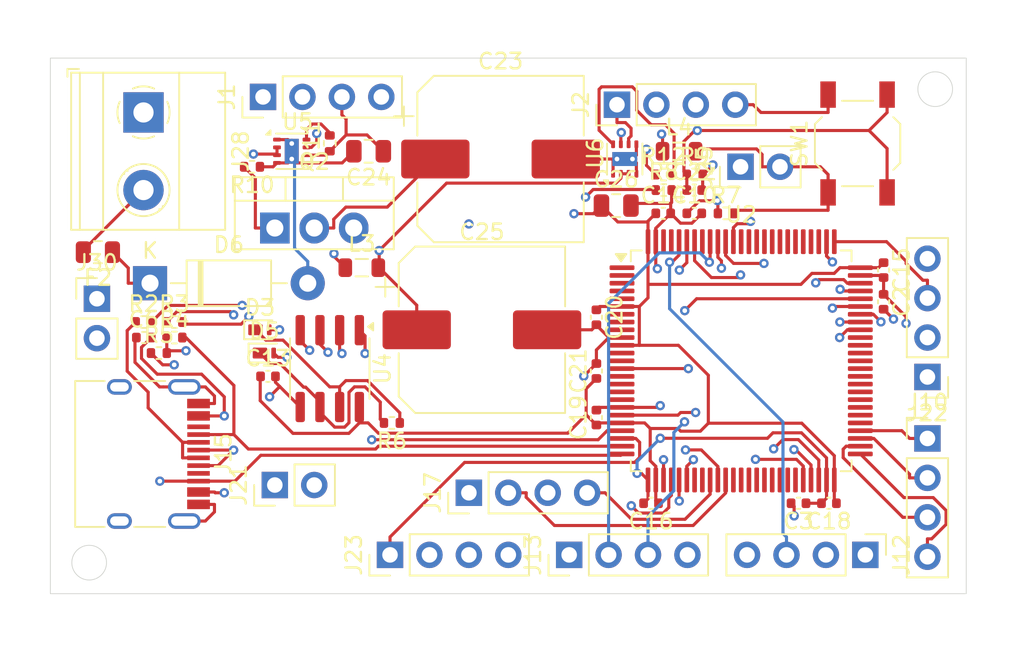
<source format=kicad_pcb>
(kicad_pcb (version 20240108) (generator "pcbnew") (generator_version "8.0")
  (layers (0 "F.Cu" signal) (1 "In1.Cu" signal) (2 "In2.Cu" signal) (31 "B.Cu" signal) (34 "B.Paste" user) (35 "F.Paste" user) (36 "B.SilkS" user "B.Silkscreen") (37 "F.SilkS" user "F.Silkscreen") (38 "B.Mask" user) (39 "F.Mask" user) (44 "Edge.Cuts" user))
  (net 0 "")
  (net 1 "Net-(C2-Pad2)")
  (net 2 "GND")
  (net 3 "Net-(C3-Pad2)")
  (net 4 "Net-(J1-Pin_1)")
  (net 5 "Net-(U2-VREF+)")
  (net 6 "Net-(J2-Pin_1)")
  (net 7 "Net-(SW1-B)")
  (net 8 "Net-(Q2-D)")
  (net 9 "Net-(D3-K)")
  (net 10 "Net-(D3-A)")
  (net 11 "Net-(D5-A)")
  (net 12 "Net-(D5-K)")
  (net 13 "Net-(D6-K)")
  (net 14 "Net-(J28-Pin_2)")
  (net 15 "Net-(J10-Pin_4)")
  (net 16 "Net-(J10-Pin_1)")
  (net 17 "Net-(J10-Pin_2)")
  (net 18 "Net-(J10-Pin_3)")
  (net 19 "Net-(J12-Pin_3)")
  (net 20 "Net-(J12-Pin_1)")
  (net 21 "Net-(J12-Pin_2)")
  (net 22 "Net-(J12-Pin_4)")
  (net 23 "Net-(J13-Pin_1)")
  (net 24 "Net-(J13-Pin_3)")
  (net 25 "Net-(J13-Pin_4)")
  (net 26 "Net-(J13-Pin_2)")
  (net 27 "Net-(J15-CC1)")
  (net 28 "Net-(J15-D--PadA7)")
  (net 29 "Net-(J15-D+-PadA6)")
  (net 30 "Net-(J15-CC2)")
  (net 31 "Net-(J17-Pin_3)")
  (net 32 "Net-(J17-Pin_4)")
  (net 33 "Net-(J17-Pin_2)")
  (net 34 "Net-(J17-Pin_1)")
  (net 35 "Net-(J22-Pin_3)")
  (net 36 "Net-(J22-Pin_4)")
  (net 37 "Net-(J22-Pin_1)")
  (net 38 "Net-(J22-Pin_2)")
  (net 39 "Net-(J23-Pin_1)")
  (net 40 "Net-(J23-Pin_3)")
  (net 41 "Net-(J23-Pin_2)")
  (net 42 "Net-(J23-Pin_4)")
  (net 43 "Net-(J25-Pin_1)")
  (net 44 "Net-(U5-SW)")
  (net 45 "Net-(U6-SW)")
  (net 46 "Net-(Q2-G)")
  (net 47 "Net-(U2-PA11)")
  (net 48 "Net-(U2-PA12)")
  (net 49 "Net-(U5-PG)")
  (net 50 "Net-(U6-PG)")
  (net 56 "Net-(U2-PA9)")
  (net 66 "Net-(U2-PA0)")
  (net 81 "Net-(U2-PA10)")
  (net 84 "Net-(U2-PA8)")
  (footprint "Capacitor_SMD:C_0402_1005Metric" (layer "F.Cu") (at 116.48 50)
    (property "Reference" "C10")
    (property "Value" "0.1 uF")
  )
  (footprint "Connector_PinHeader_2.54mm:PinHeader_1x04_P2.54mm_Vertical" (layer "F.Cu") (at 96.88 72 90)
    (property "Reference" "J23")
    (property "Value" "Conn_01x04_Pin")
  )
  (footprint "Fuse:Fuse_0805_2012Metric" (layer "F.Cu") (at 78.0625 52.5 180)
    (property "Reference" "F2")
    (property "Value" "5A")
  )
  (footprint "Capacitor_SMD:C_0805_2012Metric" (layer "F.Cu") (at 95.5 46 180)
    (property "Reference" "C24")
    (property "Value" "22 uF")
  )
  (footprint "Connector_PinHeader_2.54mm:PinHeader_1x04_P2.54mm_Vertical" (layer "F.Cu") (at 108.42 72 90)
    (property "Reference" "J13")
    (property "Value" "Conn_01x04_Pin")
  )
  (footprint "Connector_PinHeader_2.54mm:PinHeader_1x04_P2.54mm_Vertical" (layer "F.Cu") (at 131.5 60.54 180)
    (property "Reference" "J22")
    (property "Value" "Conn_01x04_Pin")
  )
  (footprint "TerminalBlock_Phoenix:TerminalBlock_Phoenix_MKDS-1,5-2_1x02_P5.00mm_Horizontal" (layer "F.Cu") (at 81 43.5 -90)
    (property "Reference" "J28")
    (property "Value" "Conn_01x02")
  )
  (footprint "Connector_PinHeader_2.54mm:PinHeader_1x04_P2.54mm_Vertical" (layer "F.Cu") (at 101.96 68 90)
    (property "Reference" "J17")
    (property "Value" "Conn_01x04_Pin")
  )
  (footprint "Capacitor_SMD:C_0805_2012Metric" (layer "F.Cu") (at 111.45 49.5)
    (property "Reference" "C26")
    (property "Value" "22 uF")
  )
  (footprint "Diode_SMD:Nexperia_DSN1608-2_1.6x0.8mm" (layer "F.Cu") (at 88.5 57.5)
    (property "Reference" "D3")
    (property "Value" "PTVS7V5Z1USK")
  )
  (footprint "Resistor_SMD:R_0402_1005Metric" (layer "F.Cu") (at 97 63.5 180)
    (property "Reference" "R6")
    (property "Value" "120")
  )
  (footprint "Diode_SMD:Nexperia_DSN1608-2_1.6x0.8mm" (layer "F.Cu") (at 88.785 59)
    (property "Reference" "D5")
    (property "Value" "PTVS7V5Z1USK")
  )
  (footprint "Capacitor_SMD:C_0402_1005Metric" (layer "F.Cu") (at 114.48 50)
    (property "Reference" "C14")
    (property "Value" "0.1 uF")
  )
  (footprint "Capacitor_SMD:C_0402_1005Metric" (layer "F.Cu") (at 128.675 53.655 -90)
    (property "Reference" "C15")
    (property "Value" "0.1 uF")
  )
  (footprint "Capacitor_SMD:C_0402_1005Metric" (layer "F.Cu") (at 89.02 60.5)
    (property "Reference" "C13")
    (property "Value" "0.1 uF")
  )
  (footprint "Capacitor_SMD:C_0402_1005Metric" (layer "F.Cu") (at 81.02 58)
    (property "Reference" "C6")
    (property "Value" "0.1 uF")
  )
  (footprint "Connector_PinHeader_2.54mm:PinHeader_1x04_P2.54mm_Vertical" (layer "F.Cu") (at 88.7 42.5 90)
    (property "Reference" "J1")
    (property "Value" "Conn_01x04_Pin")
  )
  (footprint "Inductor_SMD:L_0805_2012Metric" (layer "F.Cu") (at 115.5 46)
    (property "Reference" "L4")
    (property "Value" "2.2 uH")
  )
  (footprint "Connector_PinHeader_2.54mm:PinHeader_1x02_P2.54mm_Vertical" (layer "F.Cu") (at 78 55.5)
    (property "Reference" "J30")
    (property "Value" "Conn_01x02_Pin")
  )
  (footprint "Resistor_SMD:R_0402_1005Metric" (layer "F.Cu") (at 114.51 48.5)
    (property "Reference" "R8")
    (property "Value" "10k")
  )
  (footprint "Button_Switch_SMD:SW_SPST_TL3342" (layer "F.Cu") (at 127 45.5 90)
    (property "Reference" "SW1")
    (property "Value" "SW_Push_Open")
  )
  (footprint "Resistor_SMD:R_0402_1005Metric" (layer "F.Cu") (at 93 45.49 90)
    (property "Reference" "R11")
    (property "Value" "100k")
  )
  (footprint "Resistor_SMD:R_0402_1005Metric" (layer "F.Cu") (at 116.51 47.5)
    (property "Reference" "R9")
    (property "Value" "10k")
  )
  (footprint "Diode_THT:D_DO-41_SOD81_P10.16mm_Horizontal" (layer "F.Cu") (at 81.42 54.5)
    (property "Reference" "D6")
    (property "Value" "1N5819")
  )
  (footprint "Package_QFP:LQFP-100_14x14mm_P0.5mm" (layer "F.Cu") (at 119.5 59.5)
    (property "Reference" "U2")
    (property "Value" "STM32H723VGTx")
  )
  (footprint "Resistor_SMD:R_0402_1005Metric" (layer "F.Cu") (at 114.5 47.5)
    (property "Reference" "R12")
    (property "Value" "100k")
  )
  (footprint "Capacitor_SMD:C_0402_1005Metric" (layer "F.Cu") (at 123.195 68.675 180)
    (property "Reference" "C3")
    (property "Value" "2.2 uF")
  )
  (footprint "Connector_PinHeader_2.54mm:PinHeader_1x02_P2.54mm_Vertical" (layer "F.Cu") (at 119.46 47 90)
    (property "Reference" "J25")
    (property "Value" "Conn_01x02_Pin")
  )
  (footprint "Package_SON:WSON-8-1EP_2x2mm_P0.5mm_EP0.9x1.6mm_ThermalVias" (layer "F.Cu") (at 112 46.5 90)
    (property "Reference" "U6")
    (property "Value" "TPS62162DSG")
  )
  (footprint "Resistor_SMD:R_0402_1005Metric" (layer "F.Cu") (at 87.99 47 180)
    (property "Reference" "R10")
    (property "Value" "10k")
  )
  (footprint "Resistor_SMD:R_0402_1005Metric" (layer "F.Cu") (at 81.01 57)
    (property "Reference" "R2")
    (property "Value" "22")
  )
  (footprint "Connector_PinHeader_2.54mm:PinHeader_1x02_P2.54mm_Vertical" (layer "F.Cu") (at 89.46 67.5 90)
    (property "Reference" "J21")
    (property "Value" "Conn_01x02_Pin")
  )
  (footprint "Package_TO_SOT_THT:TO-220-3_Vertical" (layer "F.Cu") (at 89.46 50.945)
    (property "Reference" "Q2")
    (property "Value" "IRF9540N")
  )
  (footprint "Inductor_SMD:L_0805_2012Metric" (layer "F.Cu") (at 95.0625 53.5)
    (property "Reference" "L3")
    (property "Value" "2.2 uH")
  )
  (footprint "Package_SON:WSON-8-1EP_2x2mm_P0.5mm_EP0.9x1.6mm_ThermalVias" (layer "F.Cu") (at 90.55 46)
    (property "Reference" "U5")
    (property "Value" "TPS62163DSG")
  )
  (footprint "Capacitor_SMD:C_0402_1005Metric" (layer "F.Cu") (at 110.175 56.695 -90)
    (property "Reference" "C20")
    (property "Value" "0.1 uF")
  )
  (footprint "Connector_PinHeader_2.54mm:PinHeader_1x04_P2.54mm_Vertical" (layer "F.Cu") (at 111.5 43 90)
    (property "Reference" "J2")
    (property "Value" "Conn_01x04_Pin")
  )
  (footprint "Capacitor_SMD:CP_Elec_10x10.5" (layer "F.Cu") (at 102.8 57.5)
    (property "Reference" "C25")
    (property "Value" "10 uF")
  )
  (footprint "Capacitor_SMD:C_0402_1005Metric" (layer "F.Cu") (at 128.675 55.695 -90)
    (property "Reference" "C2")
    (property "Value" "2.2 uF")
  )
  (footprint "Resistor_SMD:R_0402_1005Metric" (layer "F.Cu") (at 81.99 59)
    (property "Reference" "R5")
    (property "Value" "5100")
  )
  (footprint "Capacitor_SMD:C_0402_1005Metric" (layer "F.Cu") (at 125.155 68.675 180)
    (property "Reference" "C18")
    (property "Value" "0.1 uF")
  )
  (footprint "Resistor_SMD:R_0402_1005Metric" (layer "F.Cu") (at 118.51 50)
    (property "Reference" "R7")
    (property "Value" "22")
  )
  (footprint "Capacitor_SMD:C_0402_1005Metric" (layer "F.Cu") (at 113.695 68.675 180)
    (property "Reference" "C16")
    (property "Value" "0.1 uF")
  )
  (footprint "Capacitor_SMD:C_0402_1005Metric" (layer "F.Cu") (at 110.175 60.155 90)
    (property "Reference" "C21")
    (property "Value" "0.1 uF")
  )
  (footprint "Resistor_SMD:R_0402_1005Metric" (layer "F.Cu") (at 82.99 57)
    (property "Reference" "R3")
    (property "Value" "22")
  )
  (footprint "Connector_PinHeader_2.54mm:PinHeader_1x04_P2.54mm_Vertical" (layer "F.Cu") (at 131.5 64.5)
    (property "Reference" "J10")
    (property "Value" "Conn_01x04_Pin")
  )
  (footprint "Capacitor_SMD:CP_Elec_10x10.5" (layer "F.Cu") (at 104 46.5)
    (property "Reference" "C23")
    (property "Value" "10 uF")
  )
  (footprint "Connector_PinHeader_2.54mm:PinHeader_1x04_P2.54mm_Vertical" (layer "F.Cu") (at 127.5 72 -90)
    (property "Reference" "J12")
    (property "Value" "Conn_01x04_Pin")
  )
  (footprint "Capacitor_SMD:C_0402_1005Metric" (layer "F.Cu") (at 110.175 63.155 90)
    (property "Reference" "C19")
    (property "Value" "0.1 uF")
  )
  (footprint "Package_SO:SOIC-8_3.9x4.9mm_P1.27mm" (layer "F.Cu") (at 93 60 -90)
    (property "Reference" "U4")
    (property "Value" "MAX3075E")
  )
  (footprint "Capacitor_SMD:C_0402_1005Metric" (layer "F.Cu") (at 116.48 48.5)
    (property "Reference" "C22")
    (property "Value" "0.1 uF")
  )
  (footprint "Resistor_SMD:R_0402_1005Metric" (layer "F.Cu") (at 82.99 58)
    (property "Reference" "R4")
    (property "Value" "5100")
  )
  (footprint "Connector_USB:USB_C_Receptacle_HRO_TYPE-C-31-M-12" (layer "F.Cu") (at 80.5 65.5 -90)
    (property "Reference" "J15")
    (property "Value" "USB_C_Receptacle_USB2.0_14P")
  )
  (gr_circle (center 132 42) (end 132.5 43) (stroke (width 0.05)) (fill none) (layer "Edge.Cuts"))
  (gr_circle (center 77.5 72.5) (end 78.5 73) (stroke (width 0.05)) (fill none) (layer "Edge.Cuts"))
  (gr_rect (start 75 40) (end 134 74.5) (stroke (width 0.05)) (fill none) (layer "Edge.Cuts"))
  (segment (start 128.675 56.175) (end 129.3115 56.8115) (width 0.2) (layer "F.Cu") (net 1))
  (segment (start 126.3375 54.5) (end 126.1069 54.2694) (width 0.2) (layer "F.Cu") (net 1))
  (segment (start 124.5069 54.2694) (end 124.303 54.4733) (width 0.2) (layer "F.Cu") (net 1))
  (segment (start 127.175 54.5) (end 126.3375 54.5) (width 0.2) (layer "F.Cu") (net 1))
  (segment (start 126.1069 54.2694) (end 124.5069 54.2694) (width 0.2) (layer "F.Cu") (net 1))
  (via (at 124.303 54.4733) (size 0.6) (drill 0.3) (layers "F.Cu" "B.Cu") (net 1))
  (via (at 129.3115 56.8115) (size 0.6) (drill 0.3) (layers "F.Cu" "B.Cu") (net 1))
  (segment (start 117.02 48.44) (end 117.02 47.5) (width 0.2) (layer "F.Cu") (net 2))
  (segment (start 110.175 59.675) (end 109.3606 60.4894) (width 0.2) (layer "F.Cu") (net 2))
  (segment (start 90.55 46.5) (end 90.3 46.75) (width 0.2) (layer "F.Cu") (net 2))
  (segment (start 84.545 62.25) (end 85.5717 62.25) (width 0.2) (layer "F.Cu") (net 2))
  (segment (start 114 51.825) (end 114 50.96) (width 0.2) (layer "F.Cu") (net 2))
  (segment (start 83.7355 58.852) (end 82.648 58.852) (width 0.2) (layer "F.Cu") (net 2))
  (segment (start 121.1968 64.4883) (end 114.2878 64.4883) (width 0.2) (layer "F.Cu") (net 2))
  (segment (start 93.8 46.75) (end 91.5 46.75) (width 0.2) (layer "F.Cu") (net 2))
  (segment (start 90.3 45.25) (end 89.6 45.25) (width 0.2) (layer "F.Cu") (net 2))
  (segment (start 90.3 46.75) (end 89.6 46.75) (width 0.2) (layer "F.Cu") (net 2))
  (segment (start 112 46.5) (end 111.5 46.5) (width 0.2) (layer "F.Cu") (net 2))
  (segment (start 89.7781 61.158) (end 89.5 60.88) (width 0.2) (layer "F.Cu") (net 2))
  (segment (start 124.675 68.675) (end 125 68.35) (width 0.2) (layer "F.Cu") (net 2))
  (segment (start 125 68.35) (end 125 67.175) (width 0.2) (layer "F.Cu") (net 2))
  (segment (start 82.5 58.02) (end 82.5 59) (width 0.2) (layer "F.Cu") (net 2))
  (segment (start 112.75 46.75) (end 112.75 47.45) (width 0.2) (layer "F.Cu") (net 2))
  (segment (start 110.9742 58) (end 110.175 58.7992) (width 0.2) (layer "F.Cu") (net 2))
  (segment (start 80.4508 58.0892) (end 80.4508 59.5942) (width 0.2) (layer "F.Cu") (net 2))
  (segment (start 125 67.175) (end 125 65.7516) (width 0.2) (layer "F.Cu") (net 2))
  (segment (start 112.795 66.7468) (end 113.0718 66.7468) (width 0.2) (layer "F.Cu") (net 2))
  (segment (start 113.215 68.675) (end 113.5 68.39) (width 0.2) (layer "F.Cu") (net 2))
  (segment (start 123.675 68.675) (end 124.675 68.675) (width 0.2) (layer "F.Cu") (net 2))
  (segment (start 90.55 45.5) (end 90.3 45.25) (width 0.2) (layer "F.Cu") (net 2))
  (segment (start 111.25 46.5) (end 111.25 47.45) (width 0.2) (layer "F.Cu") (net 2))
  (segment (start 113.0718 66.7468) (end 113.5 67.175) (width 0.2) (layer "F.Cu") (net 2))
  (segment (start 130.1201 56.6601) (end 128.675 55.215) (width 0.2) (layer "F.Cu") (net 2))
  (segment (start 89.35 47) (end 89.6 46.75) (width 0.2) (layer "F.Cu") (net 2))
  (segment (start 112.75 46.25) (end 112.5 46.5) (width 0.2) (layer "F.Cu") (net 2))
  (segment (start 121.5483 64.1368) (end 121.1968 64.4883) (width 0.2) (layer "F.Cu") (net 2))
  (segment (start 123.3852 64.1368) (end 121.5483 64.1368) (width 0.2) (layer "F.Cu") (net 2))
  (segment (start 110.35 62.5) (end 111.825 62.5) (width 0.2) (layer "F.Cu") (net 2))
  (segment (start 84.545 68.75) (end 85.5717 68.75) (width 0.2) (layer "F.Cu") (net 2))
  (segment (start 85.5717 69.23) (end 85.5717 68.75) (width 0.2) (layer "F.Cu") (net 2))
  (segment (start 114.96 50) (end 114.96 49.36) (width 0.2) (layer "F.Cu") (net 2))
  (segment (start 85.5717 61.7659) (end 85.5717 62.25) (width 0.2) (layer "F.Cu") (net 2))
  (segment (start 112.5 46.5) (end 112.75 46.75) (width 0.2) (layer "F.Cu") (net 2))
  (segment (start 128.54 54) (end 127.175 54) (width 0.2) (layer "F.Cu") (net 2))
  (segment (start 115.5923 50.6323) (end 114.96 50) (width 0.2) (layer "F.Cu") (net 2))
  (segment (start 130.1201 57.0909) (end 130.1201 56.6601) (width 0.2) (layer "F.Cu") (net 2))
  (segment (start 113.5 68.39) (end 113.5 67.175) (width 0.2) (layer "F.Cu") (net 2))
  (segment (start 110.175 58.7992) (end 110.175 59.675) (width 0.2) (layer "F.Cu") (net 2))
  (segment (start 89.7781 61.158) (end 89.1211 61.815) (width 0.2) (layer "F.Cu") (net 2))
  (segment (start 83.63 61.18) (end 84.9858 61.18) (width 0.2) (layer "F.Cu") (net 2))
  (segment (start 117.0645 47.5) (end 117.02 47.5) (width 0.2) (layer "F.Cu") (net 2))
  (segment (start 114.1703 62.5) (end 114.2862 62.3841) (width 0.2) (layer "F.Cu") (net 2))
  (segment (start 83.63 61.18) (end 82.2783 61.18) (width 0.2) (layer "F.Cu") (net 2))
  (segment (start 90.8 46.75) (end 91.5 46.75) (width 0.2) (layer "F.Cu") (net 2))
  (segment (start 84.9858 61.18) (end 85.5717 61.7659) (width 0.2) (layer "F.Cu") (net 2))
  (segment (start 80.4508 59.5942) (end 82.0366 61.18) (width 0.2) (layer "F.Cu") (net 2))
  (segment (start 111.825 62.5) (end 114.1703 62.5) (width 0.2) (layer "F.Cu") (net 2))
  (segment (start 116.96 50) (end 116.3277 50.6323) (width 0.2) (layer "F.Cu") (net 2))
  (segment (start 88.5 47) (end 89.35 47) (width 0.2) (layer "F.Cu") (net 2))
  (segment (start 82.648 58.852) (end 82.5 59) (width 0.2) (layer "F.Cu") (net 2))
  (segment (start 80.54 58) (end 80.4508 58.0892) (width 0.2) (layer "F.Cu") (net 2))
  (segment (start 114 53.4621) (end 114.1036 53.5657) (width 0.2) (layer "F.Cu") (net 2))
  (segment (start 90.55 46.5) (end 90.8 46.75) (width 0.2) (layer "F.Cu") (net 2))
  (segment (start 110.175 62.675) (end 110.35 62.5) (width 0.2) (layer "F.Cu") (net 2))
  (segment (start 111.825 58) (end 110.9742 58) (width 0.2) (layer "F.Cu") (net 2))
  (segment (start 90.55 46) (end 90.55 45.5) (width 0.2) (layer "F.Cu") (net 2))
  (segment (start 116.96 48.5) (end 117.02 48.44) (width 0.2) (layer "F.Cu") (net 2))
  (segment (start 110.175 57.2008) (end 110.175 57.175) (width 0.2) (layer "F.Cu") (net 2))
  (segment (start 89.5 60.88) (end 89.5 60.5) (width 0.2) (layer "F.Cu") (net 2))
  (segment (start 112.5 46.5) (end 112 46.5) (width 0.2) (layer "F.Cu") (net 2))
  (segment (start 94.55 46) (end 93.8 46.75) (width 0.2) (layer "F.Cu") (net 2))
  (segment (start 128.675 55.215) (end 128.675 54.135) (width 0.2) (layer "F.Cu") (net 2))
  (segment (start 125 65.7516) (end 123.3852 64.1368) (width 0.2) (layer "F.Cu") (net 2))
  (segment (start 112.75 45.55) (end 112.75 46.25) (width 0.2) (layer "F.Cu") (net 2))
  (segment (start 110.9742 58) (end 110.175 57.2008) (width 0.2) (layer "F.Cu") (net 2))
  (segment (start 82.48 58) (end 82.5 58.02) (width 0.2) (layer "F.Cu") (net 2))
  (segment (start 91.095 62.475) (end 89.7781 61.158) (width 0.2) (layer "F.Cu") (net 2))
  (segment (start 116.3277 50.6323) (end 115.5923 50.6323) (width 0.2) (layer "F.Cu") (net 2))
  (segment (start 112.54 49.36) (end 112.4 49.5) (width 0.2) (layer "F.Cu") (net 2))
  (segment (start 114.96 49.36) (end 112.54 49.36) (width 0.2) (layer "F.Cu") (net 2))
  (segment (start 82.0366 61.18) (end 82.2783 61.18) (width 0.2) (layer "F.Cu") (net 2))
  (segment (start 114 50.96) (end 114.96 50) (width 0.2) (layer "F.Cu") (net 2))
  (segment (start 115.02 48.5) (end 115.02 49.3) (width 0.2) (layer "F.Cu") (net 2))
  (segment (start 109.8758 57.5) (end 110.175 57.2008) (width 0.2) (layer "F.Cu") (net 2))
  (segment (start 111.25 46.5) (end 111.5 46.5) (width 0.2) (layer "F.Cu") (net 2))
  (segment (start 128.675 54.135) (end 128.54 54) (width 0.2) (layer "F.Cu") (net 2))
  (segment (start 115.02 49.3) (end 114.96 49.36) (width 0.2) (layer "F.Cu") (net 2))
  (segment (start 84.9817 69.82) (end 85.5717 69.23) (width 0.2) (layer "F.Cu") (net 2))
  (segment (start 107 57.5) (end 109.8758 57.5) (width 0.2) (layer "F.Cu") (net 2))
  (segment (start 108.2 46.5) (end 111.25 46.5) (width 0.2) (layer "F.Cu") (net 2))
  (segment (start 117.6821 46.8824) (end 117.0645 47.5) (width 0.2) (layer "F.Cu") (net 2))
  (segment (start 114 51.825) (end 114 53.4621) (width 0.2) (layer "F.Cu") (net 2))
  (segment (start 83.63 69.82) (end 84.9817 69.82) (width 0.2) (layer "F.Cu") (net 2))
  (via (at 130.1201 57.0909) (size 0.6) (drill 0.3) (layers "F.Cu" "B.Cu") (net 2))
  (via (at 114.2878 64.4883) (size 0.6) (drill 0.3) (layers "F.Cu" "B.Cu") (net 2))
  (via (at 89.1211 61.815) (size 0.6) (drill 0.3) (layers "F.Cu" "B.Cu") (net 2))
  (via (at 114.1036 53.5657) (size 0.6) (drill 0.3) (layers "F.Cu" "B.Cu") (net 2))
  (via (at 114.2862 62.3841) (size 0.6) (drill 0.3) (layers "F.Cu" "B.Cu") (net 2))
  (via (at 117.6821 46.8824) (size 0.6) (drill 0.3) (layers "F.Cu" "B.Cu") (net 2))
  (via (at 109.3606 60.4894) (size 0.6) (drill 0.3) (layers "F.Cu" "B.Cu") (net 2))
  (via (at 83.7355 58.852) (size 0.6) (drill 0.3) (layers "F.Cu" "B.Cu") (net 2))
  (via (at 112.795 66.7468) (size 0.6) (drill 0.3) (layers "F.Cu" "B.Cu") (net 2))
  (segment (start 90.55 46.5) (end 90.55 46) (width 0.2) (layer "B.Cu") (net 2))
  (segment (start 90.73 46.68) (end 90.73 52.2483) (width 0.2) (layer "B.Cu") (net 2))
  (segment (start 90.55 46) (end 90.55 45.5) (width 0.2) (layer "B.Cu") (net 2))
  (segment (start 90.55 46.5) (end 90.73 46.68) (width 0.2) (layer "B.Cu") (net 2))
  (segment (start 112 46.5) (end 112.5 46.5) (width 0.2) (layer "B.Cu") (net 2))
  (segment (start 112.795 65.9811) (end 114.2878 64.4883) (width 0.2) (layer "B.Cu") (net 2))
  (segment (start 91.58 54.5) (end 91.58 53.0983) (width 0.2) (layer "B.Cu") (net 2))
  (segment (start 112.795 66.7468) (end 112.795 65.9811) (width 0.2) (layer "B.Cu") (net 2))
  (segment (start 90.73 52.2483) (end 91.58 53.0983) (width 0.2) (layer "B.Cu") (net 2))
  (segment (start 122.9126 68.8726) (end 122.9126 69.4883) (width 0.2) (layer "F.Cu") (net 3))
  (segment (start 122.1869 64.5732) (end 123.1832 64.5732) (width 0.2) (layer "F.Cu") (net 3))
  (segment (start 121.5924 65.1677) (end 122.1869 64.5732) (width 0.2) (layer "F.Cu") (net 3))
  (segment (start 122.715 68.675) (end 122.9126 68.8726) (width 0.2) (layer "F.Cu") (net 3))
  (segment (start 124.5 65.89) (end 124.5 67.175) (width 0.2) (layer "F.Cu") (net 3))
  (segment (start 123.1832 64.5732) (end 124.5 65.89) (width 0.2) (layer "F.Cu") (net 3))
  (via (at 122.9126 69.4883) (size 0.6) (drill 0.3) (layers "F.Cu" "B.Cu") (net 3))
  (via (at 121.5924 65.1677) (size 0.6) (drill 0.3) (layers "F.Cu" "B.Cu") (net 3))
  (segment (start 80.8709 58.6291) (end 80.8709 59.3445) (width 0.2) (layer "F.Cu") (net 4))
  (segment (start 94.0512 43.9229) (end 94.0512 44.9488) (width 0.2) (layer "F.Cu") (net 4))
  (segment (start 84.7427 60.3604) (end 86.2027 61.8204) (width 0.2) (layer "F.Cu") (net 4))
  (segment (start 84.545 67.95) (end 85.5717 67.95) (width 0.2) (layer "F.Cu") (net 4))
  (segment (start 80.8709 59.3445) (end 81.8868 60.3604) (width 0.2) (layer "F.Cu") (net 4))
  (segment (start 111.75 47.7377) (end 111.4351 48.0526) (width 0.2) (layer "F.Cu") (net 4))
  (segment (start 81.8868 60.3604) (end 84.7427 60.3604) (width 0.2) (layer "F.Cu") (net 4))
  (segment (start 93.78 43.6517) (end 94.0512 43.9229) (width 0.2) (layer "F.Cu") (net 4))
  (segment (start 111.75 47.45) (end 111.75 47.7377) (width 0.2) (layer "F.Cu") (net 4))
  (segment (start 100.5243 48.0526) (end 96.182 52.3949) (width 0.2) (layer "F.Cu") (net 4))
  (segment (start 111.4351 48.0526) (end 100.5243 48.0526) (width 0.2) (layer "F.Cu") (net 4))
  (segment (start 81.5 58) (end 80.8709 58.6291) (width 0.2) (layer "F.Cu") (net 4))
  (segment (start 91.5 46.25) (end 92.75 46.25) (width 0.2) (layer "F.Cu") (net 4))
  (segment (start 98.6 55.918) (end 96.182 53.5) (width 0.2) (layer "F.Cu") (net 4))
  (segment (start 95.3988 44.9488) (end 94.0512 44.9488) (width 0.2) (layer "F.Cu") (net 4))
  (segment (start 93.78 42.5) (end 93.78 43.6517) (width 0.2) (layer "F.Cu") (net 4))
  (segment (start 96.45 46) (end 95.3988 44.9488) (width 0.2) (layer "F.Cu") (net 4))
  (segment (start 96.182 53.5) (end 96.182 52.3949) (width 0.2) (layer "F.Cu") (net 4))
  (segment (start 92.75 46.25) (end 93 46) (width 0.2) (layer "F.Cu") (net 4))
  (segment (start 86.2027 61.8204) (end 86.2027 63.05) (width 0.2) (layer "F.Cu") (net 4))
  (segment (start 85.6217 68) (end 86.2027 68) (width 0.2) (layer "F.Cu") (net 4))
  (segment (start 84.545 63.05) (end 86.2027 63.05) (width 0.2) (layer "F.Cu") (net 4))
  (segment (start 96.182 53.5) (end 96.125 53.5) (width 0.2) (layer "F.Cu") (net 4))
  (segment (start 94.0512 44.9488) (end 93 46) (width 0.2) (layer "F.Cu") (net 4))
  (segment (start 98.6 57.5) (end 98.6 55.918) (width 0.2) (layer "F.Cu") (net 4))
  (segment (start 85.5717 67.95) (end 85.6217 68) (width 0.2) (layer "F.Cu") (net 4))
  (segment (start 112.25 47.45) (end 111.75 47.45) (width 0.2) (layer "F.Cu") (net 4))
  (via (at 86.2027 68) (size 0.6) (drill 0.3) (layers "F.Cu" "B.Cu") (net 4))
  (via (at 86.2027 63.05) (size 0.6) (drill 0.3) (layers "F.Cu" "B.Cu") (net 4))
  (via (at 96.182 52.3949) (size 0.6) (drill 0.3) (layers "F.Cu" "B.Cu") (net 4))
  (segment (start 118 49.2197) (end 117.97 49.1897) (width 0.2) (layer "F.Cu") (net 5))
  (segment (start 117.97 49.1897) (end 117.97 49.1763) (width 0.2) (layer "F.Cu") (net 5))
  (segment (start 117.97 49.1897) (end 116.8103 49.1897) (width 0.2) (layer "F.Cu") (net 5))
  (segment (start 111.825 63) (end 115.4307 63) (width 0.2) (layer "F.Cu") (net 5))
  (segment (start 115.4307 63) (end 115.6029 62.8278) (width 0.2) (layer "F.Cu") (net 5))
  (segment (start 118 50) (end 118 49.2197) (width 0.2) (layer "F.Cu") (net 5))
  (segment (start 115.6029 62.8278) (end 116.5649 62.8278) (width 0.2) (layer "F.Cu") (net 5))
  (segment (start 116.8103 49.1897) (end 116 50) (width 0.2) (layer "F.Cu") (net 5))
  (via (at 117.97 49.1763) (size 0.6) (drill 0.3) (layers "F.Cu" "B.Cu") (net 5))
  (via (at 116.5649 62.8278) (size 0.6) (drill 0.3) (layers "F.Cu" "B.Cu") (net 5))
  (segment (start 112.9397 56) (end 112.9397 58.5) (width 0.2) (layer "F.Cu") (net 6))
  (segment (start 113.641 65.9349) (end 113.641 63.8591) (width 0.2) (layer "F.Cu") (net 6))
  (segment (start 114.175 68.675) (end 114 68.5) (width 0.2) (layer "F.Cu") (net 6))
  (segment (start 122 47) (end 120.8483 47) (width 0.2) (layer "F.Cu") (net 6))
  (segment (start 124.0578 53.8677) (end 123.3528 54.5727) (width 0.2) (layer "F.Cu") (net 6))
  (segment (start 94.905 63.4978) (end 94.905 62.475) (width 0.2) (layer "F.Cu") (net 6))
  (segment (start 90.6278 64.1725) (end 94.2303 64.1725) (width 0.2) (layer "F.Cu") (net 6))
  (segment (start 112.25 45.1733) (end 112.408 45.0153) (width 0.2) (layer "F.Cu") (net 6))
  (segment (start 125.1 49.8017) (end 119.2183 49.8017) (width 0.2) (layer "F.Cu") (net 6))
  (segment (start 113.641 63.8591) (end 113.2819 63.5) (width 0.2) (layer "F.Cu") (net 6))
  (segment (start 110.31 63.5) (end 111.825 63.5) (width 0.2) (layer "F.Cu") (net 6))
  (segment (start 113.99 47.5) (end 113.3966 46.9066) (width 0.2) (layer "F.Cu") (net 6))
  (segment (start 96.131 64.1614) (end 95.4674 63.4978) (width 0.2) (layer "F.Cu") (net 6))
  (segment (start 88.5194 60.5206) (end 88.5194 62.0641) (width 0.2) (layer "F.Cu") (net 6))
  (segment (start 125.5 67.175) (end 125.5 65.6126) (width 0.2) (layer "F.Cu") (net 6))
  (segment (start 116.7142 45.8483) (end 116.5625 46) (width 0.2) (layer "F.Cu") (net 6))
  (segment (start 109.9795 50.0205) (end 110.5 49.5) (width 0.2) (layer "F.Cu") (net 6))
  (segment (start 125.1 48.65) (end 125.1 47.4983) (width 0.2) (layer "F.Cu") (net 6))
  (segment (start 116.8717 64.0312) (end 117.3846 63.5183) (width 0.2) (layer "F.Cu") (net 6))
  (segment (start 113.5 54.5727) (end 113.5 55.4397) (width 0.2) (layer "F.Cu") (net 6))
  (segment (start 127.175 53.5) (end 125.8612 53.5) (width 0.2) (layer "F.Cu") (net 6))
  (segment (start 114 50) (end 113.5 50.5) (width 0.2) (layer "F.Cu") (net 6))
  (segment (start 123.3528 54.5727) (end 113.5 54.5727) (width 0.2) (layer "F.Cu") (net 6))
  (segment (start 114 66.2939) (end 113.641 65.9349) (width 0.2) (layer "F.Cu") (net 6))
  (segment (start 125.4935 53.8677) (end 124.0578 53.8677) (width 0.2) (layer "F.Cu") (net 6))
  (segment (start 113.2819 63.5) (end 111.825 63.5) (width 0.2) (layer "F.Cu") (net 6))
  (segment (start 128.675 53.175) (end 128.35 53.5) (width 0.2) (layer "F.Cu") (net 6))
  (segment (start 109.5154 61.2946) (end 109.5154 62.9754) (width 0.2) (layer "F.Cu") (net 6))
  (segment (start 125.8612 53.5) (end 125.4935 53.8677) (width 0.2) (layer "F.Cu") (net 6))
  (segment (start 123.4057 63.5183) (end 117.3846 63.5183) (width 0.2) (layer "F.Cu") (net 6))
  (segment (start 119.2183 49.8017) (end 119.02 50) (width 0.2) (layer "F.Cu") (net 6))
  (segment (start 128.35 53.5) (end 127.175 53.5) (width 0.2) (layer "F.Cu") (net 6))
  (segment (start 119.12 43) (end 120.2717 43) (width 0.2) (layer "F.Cu") (net 6))
  (segment (start 95.4674 63.4978) (end 94.905 63.4978) (width 0.2) (layer "F.Cu") (net 6))
  (segment (start 112.25 45.55) (end 112.25 45.1733) (width 0.2) (layer "F.Cu") (net 6))
  (segment (start 110.175 63.635) (end 110.31 63.5) (width 0.2) (layer "F.Cu") (net 6))
  (segment (start 115.4573 58.5) (end 112.9397 58.5) (width 0.2) (layer "F.Cu") (net 6))
  (segment (start 108.3294 64.1614) (end 96.131 64.1614) (width 0.2) (layer "F.Cu") (net 6))
  (segment (start 112.0428 44.1517) (end 111.5 44.1517) (width 0.2) (layer "F.Cu") (net 6))
  (segment (start 112.9397 56) (end 111.825 56) (width 0.2) (layer "F.Cu") (net 6))
  (segment (start 94.2303 64.1725) (end 94.905 63.4978) (width 0.2) (layer "F.Cu") (net 6))
  (segment (start 111.825 56) (end 110.39 56) (width 0.2) (layer "F.Cu") (net 6))
  (segment (start 88.5194 62.0641) (end 90.6278 64.1725) (width 0.2) (layer "F.Cu") (net 6))
  (segment (start 109.5154 62.9754) (end 108.3294 64.1614) (width 0.2) (layer "F.Cu") (net 6))
  (segment (start 114 68.5) (end 114 67.175) (width 0.2) (layer "F.Cu") (net 6))
  (segment (start 111.5 43) (end 111.5 44.1517) (width 0.2) (layer "F.Cu") (net 6))
  (segment (start 113.5 51.825) (end 113.5 54.5727) (width 0.2) (layer "F.Cu") (net 6))
  (segment (start 120.8483 46.2082) (end 120.4884 45.8483) (width 0.2) (layer "F.Cu") (net 6))
  (segment (start 125.1 48.65) (end 125.1 49.8017) (width 0.2) (layer "F.Cu") (net 6))
  (segment (start 111.5561 50.5561) (end 113.5 50.5561) (width 0.2) (layer "F.Cu") (net 6))
  (segment (start 113.5 55.4397) (end 112.9397 56) (width 0.2) (layer "F.Cu") (net 6))
  (segment (start 115.4308 63.8591) (end 115.6029 64.0312) (width 0.2) (layer "F.Cu") (net 6))
  (segment (start 112.408 44.5169) (end 112.0428 44.1517) (width 0.2) (layer "F.Cu") (net 6))
  (segment (start 113.3966 46.9066) (end 113.3966 45.8743) (width 0.2) (layer "F.Cu") (net 6))
  (segment (start 110.175 60.635) (end 109.5154 61.2946) (width 0.2) (layer "F.Cu") (net 6))
  (segment (start 120.4884 45.8483) (end 116.7142 45.8483) (width 0.2) (layer "F.Cu") (net 6))
  (segment (start 117.3846 60.4273) (end 115.4573 58.5) (width 0.2) (layer "F.Cu") (net 6))
  (segment (start 117.3846 63.5183) (end 117.3846 60.4273) (width 0.2) (layer "F.Cu") (net 6))
  (segment (start 120.8483 47) (end 120.8483 46.2082) (width 0.2) (layer "F.Cu") (net 6))
  (segment (start 110.5 49.5) (end 111.5561 50.5561) (width 0.2) (layer "F.Cu") (net 6))
  (segment (start 113.5 50.5) (end 113.5 50.5561) (width 0.2) (layer "F.Cu") (net 6))
  (segment (start 88.54 60.5) (end 88.5194 60.5206) (width 0.2) (layer "F.Cu") (net 6))
  (segment (start 120.7734 43.5017) (end 120.2717 43) (width 0.2) (layer "F.Cu") (net 6))
  (segment (start 108.7295 50.0205) (end 109.9795 50.0205) (width 0.2) (layer "F.Cu") (net 6))
  (segment (start 125.635 68.675) (end 125.5 68.54) (width 0.2) (layer "F.Cu") (net 6))
  (segment (start 125.1 43.5017) (end 120.7734 43.5017) (width 0.2) (layer "F.Cu") (net 6))
  (segment (start 125.1 47.4983) (end 124.6017 47) (width 0.2) (layer "F.Cu") (net 6))
  (segment (start 114 67.175) (end 114 66.2939) (width 0.2) (layer "F.Cu") (net 6))
  (segment (start 109.5154 62.9754) (end 110.175 63.635) (width 0.2) (layer "F.Cu") (net 6))
  (segment (start 112.9397 58.5) (end 111.825 58.5) (width 0.2) (layer "F.Cu") (net 6))
  (segment (start 112.408 45.0153) (end 112.408 44.5169) (width 0.2) (layer "F.Cu") (net 6))
  (segment (start 113.5 50.5561) (end 113.5 51.825) (width 0.2) (layer "F.Cu") (net 6))
  (segment (start 110.39 56) (end 110.175 56.215) (width 0.2) (layer "F.Cu") (net 6))
  (segment (start 124.6017 47) (end 122 47) (width 0.2) (layer "F.Cu") (net 6))
  (segment (start 125.5 65.6126) (end 123.4057 63.5183) (width 0.2) (layer "F.Cu") (net 6))
  (segment (start 125.5 68.54) (end 125.5 67.175) (width 0.2) (layer "F.Cu") (net 6))
  (segment (start 115.6029 64.0312) (end 116.8717 64.0312) (width 0.2) (layer "F.Cu") (net 6))
  (segment (start 113.641 63.8591) (end 115.4308 63.8591) (width 0.2) (layer "F.Cu") (net 6))
  (segment (start 125.1 42.35) (end 125.1 43.5017) (width 0.2) (layer "F.Cu") (net 6))
  (via (at 108.7295 50.0205) (size 0.6) (drill 0.3) (layers "F.Cu" "B.Cu") (net 6))
  (via (at 113.3966 45.8743) (size 0.6) (drill 0.3) (layers "F.Cu" "B.Cu") (net 6))
  (segment (start 115.8125 47.3125) (end 115.8125 45.3663) (width 0.2) (layer "F.Cu") (net 7))
  (segment (start 115.8125 45.3663) (end 116.5154 44.6634) (width 0.2) (layer "F.Cu") (net 7))
  (segment (start 127.7383 44.6634) (end 128.9 43.5017) (width 0.2) (layer "F.Cu") (net 7))
  (segment (start 127.7383 44.6634) (end 128.9 45.8251) (width 0.2) (layer "F.Cu") (net 7))
  (segment (start 127.7383 44.6634) (end 116.6749 44.6634) (width 0.2) (layer "F.Cu") (net 7))
  (segment (start 128.9 45.8251) (end 128.9 48.65) (width 0.2) (layer "F.Cu") (net 7))
  (segment (start 116 47.5) (end 115.8125 47.3125) (width 0.2) (layer "F.Cu") (net 7))
  (segment (start 128.9 42.35) (end 128.9 43.5017) (width 0.2) (layer "F.Cu") (net 7))
  (segment (start 111.825 60) (end 116.0985 60) (width 0.2) (layer "F.Cu") (net 7))
  (segment (start 116.5154 44.6634) (end 116.6749 44.6634) (width 0.2) (layer "F.Cu") (net 7))
  (segment (start 116 48.5) (end 116 47.5) (width 0.2) (layer "F.Cu") (net 7))
  (via (at 116.0985 60) (size 0.6) (drill 0.3) (layers "F.Cu" "B.Cu") (net 7))
  (via (at 116.6749 44.6634) (size 0.6) (drill 0.3) (layers "F.Cu" "B.Cu") (net 7))
  (segment (start 96.7026 49.5974) (end 94.0346 49.5974) (width 0.2) (layer "F.Cu") (net 8))
  (segment (start 88.0823 46.1812) (end 89.5312 46.1812) (width 0.2) (layer "F.Cu") (net 8))
  (segment (start 89.6 46.25) (end 89.6 45.75) (width 0.2) (layer "F.Cu") (net 8))
  (segment (start 92 50.945) (end 93.2542 50.945) (width 0.2) (layer "F.Cu") (net 8))
  (segment (start 94.0346 49.5974) (end 93.2542 50.3778) (width 0.2) (layer "F.Cu") (net 8))
  (segment (start 99.8 46.5) (end 96.7026 49.5974) (width 0.2) (layer "F.Cu") (net 8))
  (segment (start 89.5312 46.1812) (end 89.6 46.25) (width 0.2) (layer "F.Cu") (net 8))
  (segment (start 93.2542 50.3778) (end 93.2542 50.945) (width 0.2) (layer "F.Cu") (net 8))
  (via (at 88.0823 46.1812) (size 0.6) (drill 0.3) (layers "F.Cu" "B.Cu") (net 8))
  (segment (start 97.51 62.8473) (end 95.4364 60.7737) (width 0.2) (layer "F.Cu") (net 9))
  (segment (start 95.4364 60.7737) (end 94.0367 60.7737) (width 0.2) (layer "F.Cu") (net 9))
  (segment (start 97.51 63.5) (end 97.51 62.8473) (width 0.2) (layer "F.Cu") (net 9))
  (segment (start 94.0367 60.7737) (end 93.635 61.1754) (width 0.2) (layer "F.Cu") (net 9))
  (segment (start 88.8824 58.1674) (end 89.987 58.1674) (width 0.2) (layer "F.Cu") (net 9))
  (segment (start 92.995 61.1754) (end 93.635 61.1754) (width 0.2) (layer "F.Cu") (net 9))
  (segment (start 88.215 57.5) (end 88.8824 58.1674) (width 0.2) (layer "F.Cu") (net 9))
  (segment (start 89.987 58.1674) (end 92.995 61.1754) (width 0.2) (layer "F.Cu") (net 9))
  (segment (start 93.635 61.1754) (end 93.635 62.475) (width 0.2) (layer "F.Cu") (net 9))
  (segment (start 89.1 57.5) (end 89.7627 57.5) (width 0.2) (layer "F.Cu") (net 10))
  (via (at 89.7627 57.5) (size 0.6) (drill 0.3) (layers "F.Cu" "B.Cu") (net 10))
  (segment (start 90.2407 59.272) (end 89.657 59.272) (width 0.2) (layer "F.Cu") (net 11))
  (segment (start 89.657 59.272) (end 89.385 59) (width 0.2) (layer "F.Cu") (net 11))
  (via (at 90.2407 59.272) (size 0.6) (drill 0.3) (layers "F.Cu" "B.Cu") (net 11))
  (segment (start 91.3155 61.1976) (end 91.4468 61.1976) (width 0.2) (layer "F.Cu") (net 12))
  (segment (start 95.2701 61.1754) (end 94.5899 61.1754) (width 0.2) (layer "F.Cu") (net 12))
  (segment (start 92.365 62.1158) (end 92.365 62.475) (width 0.2) (layer "F.Cu") (net 12))
  (segment (start 94.2373 63.4874) (end 93.9539 63.7708) (width 0.2) (layer "F.Cu") (net 12))
  (segment (start 89.7916 59.6737) (end 91.3155 61.1976) (width 0.2) (layer "F.Cu") (net 12))
  (segment (start 96.2527 63.2627) (end 96.2527 62.158) (width 0.2) (layer "F.Cu") (net 12))
  (segment (start 93.9539 63.7708) (end 93.3161 63.7708) (width 0.2) (layer "F.Cu") (net 12))
  (segment (start 96.2527 62.158) (end 95.2701 61.1754) (width 0.2) (layer "F.Cu") (net 12))
  (segment (start 92.365 62.8197) (end 92.365 62.475) (width 0.2) (layer "F.Cu") (net 12))
  (segment (start 88.5 59) (end 89.1737 59.6737) (width 0.2) (layer "F.Cu") (net 12))
  (segment (start 96.49 63.5) (end 96.2527 63.2627) (width 0.2) (layer "F.Cu") (net 12))
  (segment (start 89.1737 59.6737) (end 89.7916 59.6737) (width 0.2) (layer "F.Cu") (net 12))
  (segment (start 93.3161 63.7708) (end 92.365 62.8197) (width 0.2) (layer "F.Cu") (net 12))
  (segment (start 94.2373 61.528) (end 94.2373 63.4874) (width 0.2) (layer "F.Cu") (net 12))
  (segment (start 91.4468 61.1976) (end 92.365 62.1158) (width 0.2) (layer "F.Cu") (net 12))
  (segment (start 94.5899 61.1754) (end 94.2373 61.528) (width 0.2) (layer "F.Cu") (net 12))
  (segment (start 80.0183 53.5183) (end 80.0183 54.5) (width 0.2) (layer "F.Cu") (net 13))
  (segment (start 81.42 54.5) (end 80.0183 54.5) (width 0.2) (layer "F.Cu") (net 13))
  (segment (start 79 52.5) (end 80.0183 53.5183) (width 0.2) (layer "F.Cu") (net 13))
  (segment (start 77.125 52.375) (end 81 48.5) (width 0.2) (layer "F.Cu") (net 14))
  (segment (start 77.125 52.5) (end 77.125 52.375) (width 0.2) (layer "F.Cu") (net 14))
  (segment (start 129.985 68.31) (end 127.175 65.5) (width 0.2) (layer "F.Cu") (net 15))
  (segment (start 132.6989 69.137) (end 131.8719 68.31) (width 0.2) (layer "F.Cu") (net 15))
  (segment (start 131.5 70.9683) (end 131.7685 70.9683) (width 0.2) (layer "F.Cu") (net 15))
  (segment (start 132.6989 70.0379) (end 132.6989 69.137) (width 0.2) (layer "F.Cu") (net 15))
  (segment (start 131.5 72.12) (end 131.5 70.9683) (width 0.2) (layer "F.Cu") (net 15))
  (segment (start 131.8719 68.31) (end 129.985 68.31) (width 0.2) (layer "F.Cu") (net 15))
  (segment (start 131.7685 70.9683) (end 132.6989 70.0379) (width 0.2) (layer "F.Cu") (net 15))
  (segment (start 129.8483 64) (end 127.175 64) (width 0.2) (layer "F.Cu") (net 16))
  (segment (start 131.5 64.5) (end 130.3483 64.5) (width 0.2) (layer "F.Cu") (net 16))
  (segment (start 130.3483 64.5) (end 129.8483 64) (width 0.2) (layer "F.Cu") (net 16))
  (segment (start 128.0469 64.5) (end 130.3483 66.8014) (width 0.2) (layer "F.Cu") (net 17))
  (segment (start 127.175 64.5) (end 128.0469 64.5) (width 0.2) (layer "F.Cu") (net 17))
  (segment (start 130.3483 66.8014) (end 130.3483 67.04) (width 0.2) (layer "F.Cu") (net 17))
  (segment (start 131.5 67.04) (end 130.3483 67.04) (width 0.2) (layer "F.Cu") (net 17))
  (segment (start 129.9137 69.58) (end 126.0722 65.7385) (width 0.2) (layer "F.Cu") (net 18))
  (segment (start 131.5 69.58) (end 129.9137 69.58) (width 0.2) (layer "F.Cu") (net 18))
  (segment (start 126.0722 65.1898) (end 126.262 65) (width 0.2) (layer "F.Cu") (net 18))
  (segment (start 126.262 65) (end 127.175 65) (width 0.2) (layer "F.Cu") (net 18))
  (segment (start 126.0722 65.7385) (end 126.0722 65.1898) (width 0.2) (layer "F.Cu") (net 18))
  (segment (start 115.5 51.825) (end 115.5 52.6887) (width 0.2) (layer "F.Cu") (net 19))
  (segment (start 115.0432 53.1455) (end 114.8894 53.1455) (width 0.2) (layer "F.Cu") (net 19))
  (segment (start 115.5 52.6887) (end 115.0432 53.1455) (width 0.2) (layer "F.Cu") (net 19))
  (via (at 114.8894 53.1455) (size 0.6) (drill 0.3) (layers "F.Cu" "B.Cu") (net 19))
  (segment (start 114.8894 56.1412) (end 114.8894 53.1455) (width 0.2) (layer "B.Cu") (net 19))
  (segment (start 122.1941 63.4459) (end 114.8894 56.1412) (width 0.2) (layer "B.Cu") (net 19))
  (segment (start 122.42 70.8483) (end 122.1941 70.6224) (width 0.2) (layer "B.Cu") (net 19))
  (segment (start 122.42 72) (end 122.42 70.8483) (width 0.2) (layer "B.Cu") (net 19))
  (segment (start 122.1941 70.6224) (end 122.1941 63.4459) (width 0.2) (layer "B.Cu") (net 19))
  (segment (start 122.9 65.2167) (end 123.009 65.2167) (width 0.2) (layer "F.Cu") (net 20))
  (segment (start 123.009 65.2167) (end 124 66.2077) (width 0.2) (layer "F.Cu") (net 20))
  (segment (start 124 66.2077) (end 124 67.175) (width 0.2) (layer "F.Cu") (net 20))
  (via (at 122.9 65.2167) (size 0.6) (drill 0.3) (layers "F.Cu" "B.Cu") (net 20))
  (segment (start 123.0651 65.8471) (end 120.4237 65.8471) (width 0.2) (layer "F.Cu") (net 21))
  (segment (start 123.5 66.282) (end 123.0651 65.8471) (width 0.2) (layer "F.Cu") (net 21))
  (segment (start 123.5 67.175) (end 123.5 66.282) (width 0.2) (layer "F.Cu") (net 21))
  (via (at 120.4237 65.8471) (size 0.6) (drill 0.3) (layers "F.Cu" "B.Cu") (net 21))
  (segment (start 116 51.825) (end 116 53.173) (width 0.2) (layer "F.Cu") (net 22))
  (segment (start 116 53.173) (end 115.5194 53.6536) (width 0.2) (layer "F.Cu") (net 22))
  (via (at 115.5194 53.6536) (size 0.6) (drill 0.3) (layers "F.Cu" "B.Cu") (net 22))
  (segment (start 118.2296 53.0588) (end 118 52.8292) (width 0.2) (layer "F.Cu") (net 24))
  (segment (start 118.2296 53.5328) (end 118.2296 53.0588) (width 0.2) (layer "F.Cu") (net 24))
  (segment (start 118 52.8292) (end 118 51.825) (width 0.2) (layer "F.Cu") (net 24))
  (via (at 118.2296 53.5328) (size 0.6) (drill 0.3) (layers "F.Cu" "B.Cu") (net 24))
  (via (at 115.852 63.4295) (size 0.6) (drill 0.3) (layers "F.Cu" "B.Cu") (net 24))
  (segment (start 113.5 69.529) (end 115.1645 67.8645) (width 0.2) (layer "B.Cu") (net 24))
  (segment (start 115.1645 64.117) (end 115.852 63.4295) (width 0.2) (layer "B.Cu") (net 24))
  (segment (start 113.5 72) (end 113.5 69.529) (width 0.2) (layer "B.Cu") (net 24))
  (segment (start 115.1645 67.8645) (end 115.1645 64.117) (width 0.2) (layer "B.Cu") (net 24))
  (segment (start 118.5 51.825) (end 118.5 52.7138) (width 0.2) (layer "F.Cu") (net 25))
  (segment (start 119.0104 53.2242) (end 120.9697 53.2242) (width 0.2) (layer "F.Cu") (net 25))
  (segment (start 118.5 52.7138) (end 119.0104 53.2242) (width 0.2) (layer "F.Cu") (net 25))
  (via (at 120.9697 53.2242) (size 0.6) (drill 0.3) (layers "F.Cu" "B.Cu") (net 25))
  (segment (start 117.4525 53.1439) (end 117.5 53.0964) (width 0.2) (layer "F.Cu") (net 26))
  (segment (start 117.5 53.0964) (end 117.5 51.825) (width 0.2) (layer "F.Cu") (net 26))
  (via (at 117.4525 53.1439) (size 0.6) (drill 0.3) (layers "F.Cu" "B.Cu") (net 26))
  (segment (start 116.8523 52.5437) (end 117.4525 53.1439) (width 0.2) (layer "B.Cu") (net 26))
  (segment (start 114.2233 52.5437) (end 116.8523 52.5437) (width 0.2) (layer "B.Cu") (net 26))
  (segment (start 110.96 55.807) (end 114.2233 52.5437) (width 0.2) (layer "B.Cu") (net 26))
  (segment (start 110.96 72) (end 110.96 55.807) (width 0.2) (layer "B.Cu") (net 26))
  (segment (start 86.8223 64.25) (end 87.7554 65.1831) (width 0.2) (layer "F.Cu") (net 27))
  (segment (start 86.8223 64.25) (end 86.8223 61.0879) (width 0.2) (layer "F.Cu") (net 27))
  (segment (start 84.545 64.25) (end 86.8223 64.25) (width 0.2) (layer "F.Cu") (net 27))
  (segment (start 87.7554 65.1831) (end 95.9493 65.1831) (width 0.2) (layer "F.Cu") (net 27))
  (segment (start 95.9493 65.1831) (end 96.1324 65) (width 0.2) (layer "F.Cu") (net 27))
  (segment (start 83.7344 58) (end 83.5 58) (width 0.2) (layer "F.Cu") (net 27))
  (segment (start 86.8223 61.0879) (end 83.7344 58) (width 0.2) (layer "F.Cu") (net 27))
  (segment (start 96.1324 65) (end 111.825 65) (width 0.2) (layer "F.Cu") (net 27))
  (segment (start 81.2995 62.5312) (end 83.5183 64.75) (width 0.2) (layer "F.Cu") (net 28))
  (segment (start 80.5 57) (end 79.9499 57.5501) (width 0.2) (layer "F.Cu") (net 28))
  (segment (start 83.5198 64.75) (end 83.5183 64.75) (width 0.2) (layer "F.Cu") (net 28))
  (segment (start 81.2995 61.5145) (end 81.2995 62.5312) (width 0.2) (layer "F.Cu") (net 28))
  (segment (start 84.545 64.75) (end 83.6192 64.75) (width 0.2) (layer "F.Cu") (net 28))
  (segment (start 83.5183 65.75) (end 83.5183 64.7515) (width 0.2) (layer "F.Cu") (net 28))
  (segment (start 83.6192 64.75) (end 83.5198 64.75) (width 0.2) (layer "F.Cu") (net 28))
  (segment (start 84.545 65.75) (end 83.5183 65.75) (width 0.2) (layer "F.Cu") (net 28))
  (segment (start 83.5183 64.7515) (end 83.5198 64.75) (width 0.2) (layer "F.Cu") (net 28))
  (segment (start 79.9499 57.5501) (end 79.9499 60.1649) (width 0.2) (layer "F.Cu") (net 28))
  (segment (start 79.9499 60.1649) (end 81.2995 61.5145) (width 0.2) (layer "F.Cu") (net 28))
  (segment (start 86.6028 56.3322) (end 86.806 56.5354) (width 0.2) (layer "F.Cu") (net 29))
  (segment (start 85.806 66.25) (end 86.806 65.25) (width 0.2) (layer "F.Cu") (net 29))
  (segment (start 83.1478 56.3322) (end 86.6028 56.3322) (width 0.2) (layer "F.Cu") (net 29))
  (segment (start 84.545 65.25) (end 86.806 65.25) (width 0.2) (layer "F.Cu") (net 29))
  (segment (start 82.48 57) (end 83.1478 56.3322) (width 0.2) (layer "F.Cu") (net 29))
  (segment (start 84.545 66.25) (end 85.806 66.25) (width 0.2) (layer "F.Cu") (net 29))
  (via (at 86.806 56.5354) (size 0.6) (drill 0.3) (layers "F.Cu" "B.Cu") (net 29))
  (via (at 86.806 65.25) (size 0.6) (drill 0.3) (layers "F.Cu" "B.Cu") (net 29))
  (segment (start 82.2366 59.7566) (end 82.9776 59.7566) (width 0.2) (layer "F.Cu") (net 30))
  (segment (start 86.8902 67.25) (end 84.545 67.25) (width 0.2) (layer "F.Cu") (net 30))
  (segment (start 88.5554 65.5848) (end 86.8902 67.25) (width 0.2) (layer "F.Cu") (net 30))
  (segment (start 111.7402 65.5848) (end 88.5554 65.5848) (width 0.2) (layer "F.Cu") (net 30))
  (segment (start 81.48 59) (end 82.2366 59.7566) (width 0.2) (layer "F.Cu") (net 30))
  (segment (start 111.825 65.5) (end 111.7402 65.5848) (width 0.2) (layer "F.Cu") (net 30))
  (segment (start 84.545 67.25) (end 82.0525 67.25) (width 0.2) (layer "F.Cu") (net 30))
  (via (at 82.9776 59.7566) (size 0.6) (drill 0.3) (layers "F.Cu" "B.Cu") (net 30))
  (via (at 82.0525 67.25) (size 0.6) (drill 0.3) (layers "F.Cu" "B.Cu") (net 30))
  (segment (start 118 66.3073) (end 118 67.175) (width 0.2) (layer "F.Cu") (net 31))
  (segment (start 116.9321 65.2394) (end 118 66.3073) (width 0.2) (layer "F.Cu") (net 31))
  (segment (start 115.9146 65.2394) (end 116.9321 65.2394) (width 0.2) (layer "F.Cu") (net 31))
  (via (at 115.9146 65.2394) (size 0.6) (drill 0.3) (layers "F.Cu" "B.Cu") (net 31))
  (segment (start 110.7317 68) (end 112.4383 69.7066) (width 0.2) (layer "F.Cu") (net 32))
  (segment (start 115.8848 69.7066) (end 117.5 68.0914) (width 0.2) (layer "F.Cu") (net 32))
  (segment (start 117.5 68.0914) (end 117.5 67.175) (width 0.2) (layer "F.Cu") (net 32))
  (segment (start 112.4383 69.7066) (end 115.8848 69.7066) (width 0.2) (layer "F.Cu") (net 32))
  (segment (start 109.58 68) (end 110.7317 68) (width 0.2) (layer "F.Cu") (net 32))
  (segment (start 105.6517 68.2879) (end 107.4721 70.1083) (width 0.2) (layer "F.Cu") (net 33))
  (segment (start 107.4721 70.1083) (end 116.4062 70.1083) (width 0.2) (layer "F.Cu") (net 33))
  (segment (start 116.4062 70.1083) (end 118.5 68.0145) (width 0.2) (layer "F.Cu") (net 33))
  (segment (start 105.6517 68) (end 105.6517 68.2879) (width 0.2) (layer "F.Cu") (net 33))
  (segment (start 104.5 68) (end 105.6517 68) (width 0.2) (layer "F.Cu") (net 33))
  (segment (start 118.5 68.0145) (end 118.5 67.175) (width 0.2) (layer "F.Cu") (net 33))
  (segment (start 119.2495 50.6676) (end 119 50.9171) (width 0.2) (layer "F.Cu") (net 34))
  (segment (start 120.1025 50.5174) (end 119.9523 50.6676) (width 0.2) (layer "F.Cu") (net 34))
  (segment (start 119 50.9171) (end 119 51.825) (width 0.2) (layer "F.Cu") (net 34))
  (segment (start 119.9523 50.6676) (end 119.2495 50.6676) (width 0.2) (layer "F.Cu") (net 34))
  (via (at 120.1025 50.5174) (size 0.6) (drill 0.3) (layers "F.Cu" "B.Cu") (net 34))
  (via (at 101.96 50.6818) (size 0.6) (drill 0.3) (layers "F.Cu" "B.Cu") (net 34))
  (segment (start 131.2072 54.3083) (end 130.127 53.2281) (width 0.2) (layer "F.Cu") (net 35))
  (segment (start 130.127 53.0861) (end 128.8659 51.825) (width 0.2) (layer "F.Cu") (net 35))
  (segment (start 131.5 55.46) (end 131.5 54.3083) (width 0.2) (layer "F.Cu") (net 35))
  (segment (start 131.5 54.3083) (end 131.2072 54.3083) (width 0.2) (layer "F.Cu") (net 35))
  (segment (start 130.127 53.2281) (end 130.127 53.0861) (width 0.2) (layer "F.Cu") (net 35))
  (segment (start 128.8659 51.825) (end 125.5 51.825) (width 0.2) (layer "F.Cu") (net 35))
  (segment (start 125 52.7491) (end 125.3805 53.1296) (width 0.2) (layer "F.Cu") (net 36))
  (segment (start 125 51.825) (end 125 52.7491) (width 0.2) (layer "F.Cu") (net 36))
  (via (at 125.3805 53.1296) (size 0.6) (drill 0.3) (layers "F.Cu" "B.Cu") (net 36))
  (segment (start 116 66.289) (end 116.4249 65.8641) (width 0.2) (layer "F.Cu") (net 37))
  (segment (start 116 67.175) (end 116 66.289) (width 0.2) (layer "F.Cu") (net 37))
  (via (at 116.4249 65.8641) (size 0.6) (drill 0.3) (layers "F.Cu" "B.Cu") (net 37))
  (segment (start 127.175 55) (end 125.9801 55) (width 0.2) (layer "F.Cu") (net 38))
  (segment (start 125.9801 55) (end 125.8729 54.8928) (width 0.2) (layer "F.Cu") (net 38))
  (via (at 125.8729 54.8928) (size 0.6) (drill 0.3) (layers "F.Cu" "B.Cu") (net 38))
  (segment (start 112.9598 64.7495) (end 112.9598 65.7197) (width 0.2) (layer "F.Cu") (net 39))
  (segment (start 111.825 64.5) (end 112.7103 64.5) (width 0.2) (layer "F.Cu") (net 39))
  (segment (start 96.88 72) (end 96.88 70.8483) (width 0.2) (layer "F.Cu") (net 39))
  (segment (start 112.9598 65.7197) (end 112.6364 66.0431) (width 0.2) (layer "F.Cu") (net 39))
  (segment (start 112.6364 66.0431) (end 101.6852 66.0431) (width 0.2) (layer "F.Cu") (net 39))
  (segment (start 101.6852 66.0431) (end 96.88 70.8483) (width 0.2) (layer "F.Cu") (net 39))
  (segment (start 112.7103 64.5) (end 112.9598 64.7495) (width 0.2) (layer "F.Cu") (net 39))
  (segment (start 115 67.175) (end 115 68.1687) (width 0.2) (layer "F.Cu") (net 40))
  (segment (start 114.8377 68.331) (end 114.8377 68.9478) (width 0.2) (layer "F.Cu") (net 40))
  (segment (start 115 68.1687) (end 114.8377 68.331) (width 0.2) (layer "F.Cu") (net 40))
  (segment (start 112.8903 69.3049) (end 112.4208 68.8354) (width 0.2) (layer "F.Cu") (net 40))
  (segment (start 114.4806 69.3049) (end 112.8903 69.3049) (width 0.2) (layer "F.Cu") (net 40))
  (segment (start 114.8377 68.9478) (end 114.4806 69.3049) (width 0.2) (layer "F.Cu") (net 40))
  (via (at 112.4208 68.8354) (size 0.6) (drill 0.3) (layers "F.Cu" "B.Cu") (net 40))
  (segment (start 114.5 67.175) (end 114.5 65.8709) (width 0.2) (layer "F.Cu") (net 41))
  (via (at 114.5 65.8709) (size 0.6) (drill 0.3) (layers "F.Cu" "B.Cu") (net 41))
  (segment (start 115.5 68.5174) (end 115.5116 68.529) (width 0.2) (layer "F.Cu") (net 42))
  (segment (start 115.5 67.175) (end 115.5 68.5174) (width 0.2) (layer "F.Cu") (net 42))
  (via (at 115.5116 68.529) (size 0.6) (drill 0.3) (layers "F.Cu" "B.Cu") (net 42))
  (segment (start 116.5 51.825) (end 116.5 53.05) (width 0.2) (layer "F.Cu") (net 43))
  (segment (start 117.5854 54.1354) (end 119.2908 54.1354) (width 0.2) (layer "F.Cu") (net 43))
  (segment (start 116.5 53.05) (end 117.5854 54.1354) (width 0.2) (layer "F.Cu") (net 43))
  (segment (start 113.9633 48.4633) (end 114 48.5) (width 0.2) (layer "F.Cu") (net 43))
  (segment (start 109.4764 48.9522) (end 109.9653 48.4633) (width 0.2) (layer "F.Cu") (net 43))
  (segment (start 119.2908 54.1354) (end 119.46 53.9662) (width 0.2) (layer "F.Cu") (net 43))
  (segment (start 109.9653 48.4633) (end 113.9633 48.4633) (width 0.2) (layer "F.Cu") (net 43))
  (via (at 119.46 53.9662) (size 0.6) (drill 0.3) (layers "F.Cu" "B.Cu") (net 43))
  (via (at 109.4764 48.9522) (size 0.6) (drill 0.3) (layers "F.Cu" "B.Cu") (net 43))
  (segment (start 91.5 45.75) (end 91.8147 45.75) (width 0.2) (layer "F.Cu") (net 44))
  (segment (start 93.27 52.77) (end 93.27 52.5954) (width 0.2) (layer "F.Cu") (net 44))
  (segment (start 91.8147 45.75) (end 92.157 45.4077) (width 0.2) (layer "F.Cu") (net 44))
  (segment (start 94 53.5) (end 93.27 52.77) (width 0.2) (layer "F.Cu") (net 44))
  (segment (start 92.157 45.4077) (end 92.157 44.8585) (width 0.2) (layer "F.Cu") (net 44))
  (via (at 92.157 44.8585) (size 0.6) (drill 0.3) (layers "F.Cu" "B.Cu") (net 44))
  (via (at 93.27 52.5954) (size 0.6) (drill 0.3) (layers "F.Cu" "B.Cu") (net 44))
  (segment (start 114.4375 46) (end 114.4375 44.958) (width 0.2) (layer "F.Cu") (net 45))
  (segment (start 114.4375 44.958) (end 114.3752 44.8957) (width 0.2) (layer "F.Cu") (net 45))
  (segment (start 111.75 44.8224) (end 111.75 45.55) (width 0.2) (layer "F.Cu") (net 45))
  (segment (start 111.7782 44.7942) (end 111.75 44.8224) (width 0.2) (layer "F.Cu") (net 45))
  (via (at 111.7782 44.7942) (size 0.6) (drill 0.3) (layers "F.Cu" "B.Cu") (net 45))
  (via (at 114.3752 44.8957) (size 0.6) (drill 0.3) (layers "F.Cu" "B.Cu") (net 45))
  (segment (start 89.46 50.945) (end 88.2058 50.945) (width 0.2) (layer "F.Cu") (net 46))
  (segment (start 88.2058 50.945) (end 88.2058 47.7258) (width 0.2) (layer "F.Cu") (net 46))
  (segment (start 88.2058 47.7258) (end 87.48 47) (width 0.2) (layer "F.Cu") (net 46))
  (segment (start 125.4865 56) (end 127.175 56) (width 0.2) (layer "F.Cu") (net 47))
  (segment (start 81.52 57) (end 82.5895 55.9305) (width 0.2) (layer "F.Cu") (net 47))
  (segment (start 125.381 56.1055) (end 125.4865 56) (width 0.2) (layer "F.Cu") (net 47))
  (segment (start 82.5895 55.9305) (end 87.356 55.9305) (width 0.2) (layer "F.Cu") (net 47))
  (via (at 125.381 56.1055) (size 0.6) (drill 0.3) (layers "F.Cu" "B.Cu") (net 47))
  (via (at 87.356 55.9305) (size 0.6) (drill 0.3) (layers "F.Cu" "B.Cu") (net 47))
  (segment (start 83.6372 57.1372) (end 87.2881 57.1372) (width 0.2) (layer "F.Cu") (net 48))
  (segment (start 115.8656 56.2666) (end 116.6322 55.5) (width 0.2) (layer "F.Cu") (net 48))
  (segment (start 87.2881 57.1372) (end 87.7854 56.6399) (width 0.2) (layer "F.Cu") (net 48))
  (segment (start 116.6322 55.5) (end 127.175 55.5) (width 0.2) (layer "F.Cu") (net 48))
  (segment (start 83.5 57) (end 83.6372 57.1372) (width 0.2) (layer "F.Cu") (net 48))
  (via (at 115.8656 56.2666) (size 0.6) (drill 0.3) (layers "F.Cu" "B.Cu") (net 48))
  (via (at 87.7854 56.6399) (size 0.6) (drill 0.3) (layers "F.Cu" "B.Cu") (net 48))
  (segment (start 93 44.98) (end 93 44.8118) (width 0.2) (layer "F.Cu") (net 49))
  (segment (start 91.5 44.614) (end 91.5 45.25) (width 0.2) (layer "F.Cu") (net 49))
  (segment (start 93 44.8118) (end 92.4323 44.2441) (width 0.2) (layer "F.Cu") (net 49))
  (segment (start 91.8699 44.2441) (end 91.5 44.614) (width 0.2) (layer "F.Cu") (net 49))
  (segment (start 92.4323 44.2441) (end 91.8699 44.2441) (width 0.2) (layer "F.Cu") (net 49))
  (segment (start 115.179 47.331) (end 115.179 44.8486) (width 0.2) (layer "F.Cu") (net 50))
  (segment (start 115.01 47.5) (end 115.179 47.331) (width 0.2) (layer "F.Cu") (net 50))
  (segment (start 115.179 44.8486) (end 114.6244 44.294) (width 0.2) (layer "F.Cu") (net 50))
  (segment (start 113.7052 44.294) (end 112.7718 43.3606) (width 0.2) (layer "F.Cu") (net 50))
  (segment (start 110.3483 44.6483) (end 111.25 45.55) (width 0.2) (layer "F.Cu") (net 50))
  (segment (start 114.6244 44.294) (end 113.7052 44.294) (width 0.2) (layer "F.Cu") (net 50))
  (segment (start 112.7718 42.1318) (end 112.4883 41.8483) (width 0.2) (layer "F.Cu") (net 50))
  (segment (start 110.5099 41.8483) (end 110.3483 42.0099) (width 0.2) (layer "F.Cu") (net 50))
  (segment (start 112.4883 41.8483) (end 110.5099 41.8483) (width 0.2) (layer "F.Cu") (net 50))
  (segment (start 112.7718 43.3606) (end 112.7718 42.1318) (width 0.2) (layer "F.Cu") (net 50))
  (segment (start 110.3483 42.0099) (end 110.3483 44.6483) (width 0.2) (layer "F.Cu") (net 50))
  (segment (start 127.175 57) (end 125.8602 57) (width 0.2) (layer "F.Cu") (net 56))
  (segment (start 91.095 58.2115) (end 91.095 57.525) (width 0.2) (layer "F.Cu") (net 56))
  (segment (start 91.7013 58.8178) (end 91.095 58.2115) (width 0.2) (layer "F.Cu") (net 56))
  (via (at 125.8602 57) (size 0.6) (drill 0.3) (layers "F.Cu" "B.Cu") (net 56))
  (via (at 91.7013 58.8178) (size 0.6) (drill 0.3) (layers "F.Cu" "B.Cu") (net 56))
  (segment (start 111.825 64) (end 110.8688 64) (width 0.2) (layer "F.Cu") (net 66))
  (segment (start 110.2874 64.5814) (end 95.7001 64.5814) (width 0.2) (layer "F.Cu") (net 66))
  (segment (start 93.635 58.8779) (end 93.7848 59.0277) (width 0.2) (layer "F.Cu") (net 66))
  (segment (start 93.635 57.525) (end 93.635 58.8779) (width 0.2) (layer "F.Cu") (net 66))
  (segment (start 110.8688 64) (end 110.2874 64.5814) (width 0.2) (layer "F.Cu") (net 66))
  (via (at 95.7001 64.5814) (size 0.6) (drill 0.3) (layers "F.Cu" "B.Cu") (net 66))
  (via (at 93.7848 59.0277) (size 0.6) (drill 0.3) (layers "F.Cu" "B.Cu") (net 66))
  (segment (start 94.905 57.525) (end 95.2722 57.8922) (width 0.2) (layer "F.Cu") (net 81))
  (segment (start 128.0132 56.5) (end 128.5032 56.99) (width 0.2) (layer "F.Cu") (net 81))
  (segment (start 95.2722 57.8922) (end 95.2722 59.0278) (width 0.2) (layer "F.Cu") (net 81))
  (segment (start 127.175 56.5) (end 128.0132 56.5) (width 0.2) (layer "F.Cu") (net 81))
  (via (at 128.5032 56.99) (size 0.6) (drill 0.3) (layers "F.Cu" "B.Cu") (net 81))
  (via (at 95.2722 59.0278) (size 0.6) (drill 0.3) (layers "F.Cu" "B.Cu") (net 81))
  (segment (start 126.3419 57.5) (end 125.8418 58.0001) (width 0.2) (layer "F.Cu") (net 84))
  (segment (start 92.8839 58.9484) (end 92.365 58.4295) (width 0.2) (layer "F.Cu") (net 84))
  (segment (start 92.365 58.4295) (end 92.365 57.525) (width 0.2) (layer "F.Cu") (net 84))
  (segment (start 127.175 57.5) (end 126.3419 57.5) (width 0.2) (layer "F.Cu") (net 84))
  (via (at 125.8418 58.0001) (size 0.6) (drill 0.3) (layers "F.Cu" "B.Cu") (net 84))
  (via (at 92.8839 58.9484) (size 0.6) (drill 0.3) (layers "F.Cu" "B.Cu") (net 84))
)
</source>
